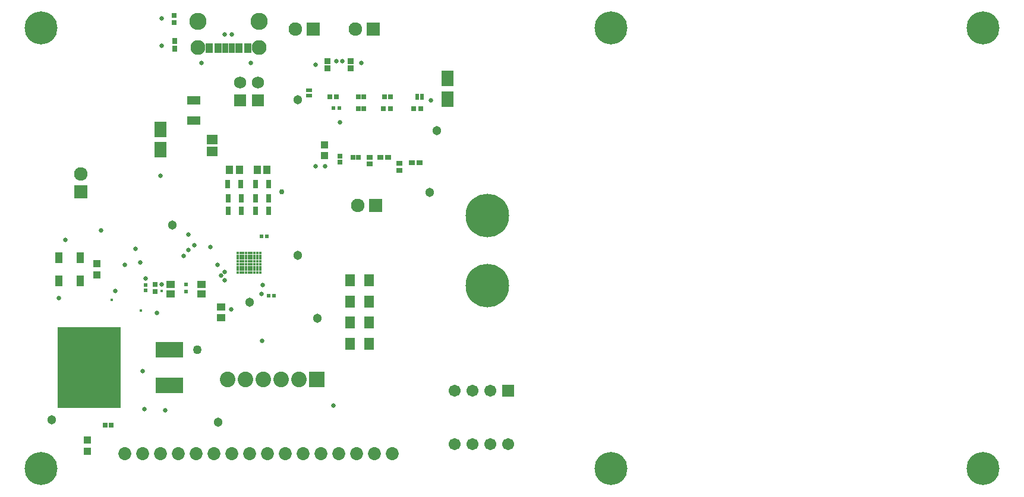
<source format=gbr>
%TF.GenerationSoftware,Altium Limited,Altium Designer,19.0.15 (446)*%
G04 Layer_Color=8388736*
%FSLAX45Y45*%
%MOMM*%
%TF.FileFunction,Soldermask,Top*%
%TF.Part,Single*%
G01*
G75*
%TA.AperFunction,SMDPad,CuDef*%
%ADD10R,0.70000X1.30000*%
%ADD12R,0.50000X0.50000*%
%ADD21R,1.26213X1.00776*%
%ADD23R,1.00776X1.26213*%
%ADD31R,1.10000X1.60000*%
%ADD32R,0.61535X0.57247*%
%ADD33R,0.51535X0.47247*%
%ADD34R,1.35464X1.80620*%
%ADD36R,0.47247X0.51535*%
%TA.AperFunction,ComponentPad*%
%ADD72C,1.85320*%
%TA.AperFunction,TestPad*%
%ADD73C,1.30320*%
%TA.AperFunction,ViaPad*%
%ADD74C,4.70320*%
%TA.AperFunction,ComponentPad*%
%ADD75R,1.70320X1.70320*%
%ADD76C,1.70320*%
%ADD77C,1.73320*%
%ADD78R,1.73320X1.73320*%
%ADD79C,2.10320*%
%ADD80C,2.45320*%
%ADD81C,6.20320*%
%ADD82C,1.92820*%
%ADD83R,1.92820X1.92820*%
%ADD84R,1.92820X1.92820*%
%ADD85R,2.22820X2.22820*%
%ADD86C,2.22820*%
%TA.AperFunction,ViaPad*%
%ADD87C,0.45320*%
%ADD88C,0.63500*%
%ADD89C,0.66040*%
%TA.AperFunction,SMDPad,CuDef*%
%ADD97R,0.70320X0.65320*%
%ADD98R,0.70320X0.70320*%
%ADD99R,0.90320X0.60320*%
%ADD100R,0.82320X0.76320*%
%ADD101R,0.80320X0.75320*%
%ADD102R,1.65320X2.30320*%
%ADD103R,1.00320X1.00320*%
%TA.AperFunction,BGAPad,CuDef*%
%ADD104C,0.41920*%
%TA.AperFunction,SMDPad,CuDef*%
%ADD105R,0.60320X0.90320*%
%ADD106R,0.70320X0.70320*%
%ADD107R,0.80320X0.95320*%
%ADD108R,1.60320X1.40320*%
%ADD109R,0.90320X1.35320*%
%ADD110R,1.00320X1.35320*%
%ADD111R,1.10320X1.35320*%
%ADD112R,0.95320X0.80320*%
%ADD113R,0.75320X0.80320*%
%ADD114R,0.85320X0.90320*%
%ADD115R,1.88320X1.27320*%
%ADD116R,4.01320X2.28320*%
%ADD117R,9.09320X11.63320*%
%ADD118R,1.20320X1.00320*%
%TA.AperFunction,ViaPad*%
%ADD119C,0.76200*%
%ADD120C,1.27000*%
D10*
X3509794Y4530600D02*
D03*
X3699794D02*
D03*
X3509794Y4330600D02*
D03*
X3699794D02*
D03*
X3509794Y4155600D02*
D03*
X3699794D02*
D03*
X3301846Y4537200D02*
D03*
X3111845D02*
D03*
X3310846Y4330600D02*
D03*
X3120846D02*
D03*
X3310846Y4155600D02*
D03*
X3120846D02*
D03*
D12*
X2525495Y2998001D02*
D03*
Y3098001D02*
D03*
D21*
X2743200Y3105518D02*
D03*
Y2965081D02*
D03*
X2298700Y3105518D02*
D03*
Y2965081D02*
D03*
D23*
X3536581Y4737100D02*
D03*
X3677018D02*
D03*
X3281283D02*
D03*
X3140846D02*
D03*
D31*
X1018600Y3149601D02*
D03*
X708598D02*
D03*
X1018601Y3479799D02*
D03*
X708599D02*
D03*
D32*
X4706951Y5620156D02*
D03*
X4621241D02*
D03*
D33*
X3670056Y3784600D02*
D03*
X3594343D02*
D03*
X3701023Y2941318D02*
D03*
X3776735D02*
D03*
D34*
X4858004Y3158280D02*
D03*
X5133157D02*
D03*
X4858004Y2858281D02*
D03*
X5133157D02*
D03*
X4858004Y2558281D02*
D03*
X5133157D02*
D03*
X4856805Y2254980D02*
D03*
X5131958D02*
D03*
D36*
X1943102Y3019032D02*
D03*
Y3094745D02*
D03*
D72*
X1651000Y685801D02*
D03*
X1905000D02*
D03*
X2159000D02*
D03*
X2413000D02*
D03*
X2667000D02*
D03*
X2921000D02*
D03*
X3175000D02*
D03*
X3429000D02*
D03*
X3683000D02*
D03*
X3937000D02*
D03*
X4191000D02*
D03*
X4445000D02*
D03*
X4699000D02*
D03*
X4953000D02*
D03*
X5207000D02*
D03*
X5461000D02*
D03*
D73*
X609600Y1170803D02*
D03*
X2324100Y3949700D02*
D03*
X2979420Y1135380D02*
D03*
X4109720Y5731632D02*
D03*
X3429000Y2844800D02*
D03*
X4109720Y3517900D02*
D03*
X6096000Y5295900D02*
D03*
X4391660Y2618740D02*
D03*
X5989320Y4411980D02*
D03*
D74*
X8572500Y475080D02*
D03*
Y6756500D02*
D03*
X13876019D02*
D03*
Y475080D02*
D03*
X454660D02*
D03*
Y6756500D02*
D03*
D75*
X7112000Y1589990D02*
D03*
D76*
X6858000D02*
D03*
X6604000D02*
D03*
X6350000D02*
D03*
Y827990D02*
D03*
X6604000D02*
D03*
X6858000D02*
D03*
X7112000D02*
D03*
D77*
X3543300Y5981700D02*
D03*
X3289300D02*
D03*
D78*
X3543300Y5727700D02*
D03*
X3289300D02*
D03*
D79*
X3559400Y6476120D02*
D03*
X2695400D02*
D03*
D80*
X3559400Y6856120D02*
D03*
X2695400D02*
D03*
D81*
X6814299Y3081400D02*
D03*
Y4081398D02*
D03*
D82*
X1021080Y4676240D02*
D03*
X4965700Y4229100D02*
D03*
X4935220Y6746122D02*
D03*
X4077401D02*
D03*
D83*
X1021080Y4422240D02*
D03*
D84*
X5219700Y4229100D02*
D03*
X5189220Y6746122D02*
D03*
X4331401D02*
D03*
D85*
X4381399Y1746121D02*
D03*
D86*
X4127399D02*
D03*
X3873399D02*
D03*
X3619399D02*
D03*
X3365399D02*
D03*
X3111399D02*
D03*
D87*
X3377403Y3310900D02*
D03*
X1879600Y2730500D02*
D03*
X3577403Y3550900D02*
D03*
X1460500Y2882900D02*
D03*
X3417403Y3470900D02*
D03*
X3457403Y3511761D02*
D03*
X3417403Y3510900D02*
D03*
X3377403D02*
D03*
X3417403Y3550900D02*
D03*
X3577403Y3390900D02*
D03*
X3537403D02*
D03*
X3577403Y3430900D02*
D03*
X3537403D02*
D03*
X3497403Y3470900D02*
D03*
Y3430900D02*
D03*
X3537403Y3550900D02*
D03*
Y3270900D02*
D03*
X3497403Y3390900D02*
D03*
X2171700Y3009900D02*
D03*
X3337403Y3270900D02*
D03*
Y3390900D02*
D03*
X3297403Y3510900D02*
D03*
X3417403Y3310900D02*
D03*
Y3350900D02*
D03*
X3337403Y3550900D02*
D03*
X3377403D02*
D03*
D88*
X3073400Y3159316D02*
D03*
X2171700Y3105518D02*
D03*
X4368800Y6235700D02*
D03*
X5016500Y6261100D02*
D03*
X1511300Y3009900D02*
D03*
X2159000Y4655437D02*
D03*
X2743200Y6261100D02*
D03*
X3441700D02*
D03*
X2171700Y6502400D02*
D03*
Y6896100D02*
D03*
X800100Y3733800D02*
D03*
X708599Y2908300D02*
D03*
X1651000Y3378200D02*
D03*
X1803400Y3612163D02*
D03*
X4368800Y4787900D02*
D03*
X1930400Y1320800D02*
D03*
X3162300Y2743200D02*
D03*
X1905000Y1866900D02*
D03*
X1866900Y3416300D02*
D03*
X3615690Y3094745D02*
D03*
X3600920Y2965081D02*
D03*
X2222500Y1308100D02*
D03*
X3073400Y3276600D02*
D03*
X4711700Y5410200D02*
D03*
X3022600Y3226401D02*
D03*
X2971800Y3378200D02*
D03*
X1308100Y3873500D02*
D03*
X6007100Y5727700D02*
D03*
X4622800Y1371600D02*
D03*
X4500548Y4787900D02*
D03*
X3606800Y2298700D02*
D03*
X2108200Y2694940D02*
D03*
X1943100Y3185003D02*
D03*
X2489200Y3505200D02*
D03*
X2552700Y3594100D02*
D03*
X2641600Y3657600D02*
D03*
X2870200Y3632200D02*
D03*
X2552700Y3810000D02*
D03*
X4749800Y6286500D02*
D03*
X3175000Y6667500D02*
D03*
X4660900Y6286500D02*
D03*
D89*
X3075400Y6665500D02*
D03*
D97*
X4902800Y4914900D02*
D03*
X4977800D02*
D03*
X5049859Y5778500D02*
D03*
X4974863D02*
D03*
X5049859Y5610818D02*
D03*
X4974858D02*
D03*
D98*
X2082792Y3098006D02*
D03*
Y2998006D02*
D03*
X2349500Y6834200D02*
D03*
Y6934200D02*
D03*
D99*
X4272619Y5791199D02*
D03*
Y5871399D02*
D03*
D100*
X5562589Y4729204D02*
D03*
Y4825204D02*
D03*
X5137251Y4914899D02*
D03*
Y4818900D02*
D03*
D101*
X1451957Y1092199D02*
D03*
X1366957D02*
D03*
X5431699Y5778500D02*
D03*
X5346700D02*
D03*
D102*
X2159000Y5023900D02*
D03*
Y5313900D02*
D03*
X6248402Y6037800D02*
D03*
Y5747798D02*
D03*
D103*
X1117599Y880100D02*
D03*
Y720100D02*
D03*
X1249401Y3401119D02*
D03*
Y3241120D02*
D03*
X4495799Y5091501D02*
D03*
Y4941499D02*
D03*
D104*
X3257403Y3270900D02*
D03*
Y3310900D02*
D03*
Y3350900D02*
D03*
Y3390900D02*
D03*
Y3430900D02*
D03*
Y3470900D02*
D03*
Y3510900D02*
D03*
Y3550900D02*
D03*
X3297403Y3270900D02*
D03*
Y3310900D02*
D03*
Y3350900D02*
D03*
Y3390900D02*
D03*
Y3430900D02*
D03*
Y3470900D02*
D03*
Y3510900D02*
D03*
Y3550900D02*
D03*
X3337403Y3270900D02*
D03*
Y3310900D02*
D03*
Y3350900D02*
D03*
Y3430900D02*
D03*
Y3470900D02*
D03*
Y3510900D02*
D03*
Y3550900D02*
D03*
X3377403Y3270900D02*
D03*
Y3310900D02*
D03*
Y3350900D02*
D03*
Y3390900D02*
D03*
Y3430900D02*
D03*
Y3470900D02*
D03*
Y3510900D02*
D03*
Y3550900D02*
D03*
X3417403Y3270900D02*
D03*
Y3310900D02*
D03*
Y3350900D02*
D03*
Y3390900D02*
D03*
Y3430900D02*
D03*
Y3470900D02*
D03*
Y3510900D02*
D03*
Y3550900D02*
D03*
X3457403Y3270900D02*
D03*
Y3310900D02*
D03*
Y3350900D02*
D03*
Y3390900D02*
D03*
Y3430900D02*
D03*
Y3470900D02*
D03*
Y3510900D02*
D03*
Y3550900D02*
D03*
X3497403Y3270900D02*
D03*
Y3310900D02*
D03*
Y3350900D02*
D03*
Y3390900D02*
D03*
Y3430900D02*
D03*
Y3470900D02*
D03*
Y3510900D02*
D03*
Y3550900D02*
D03*
X3537403Y3270900D02*
D03*
Y3310900D02*
D03*
Y3350900D02*
D03*
Y3390900D02*
D03*
Y3430900D02*
D03*
Y3470900D02*
D03*
Y3510900D02*
D03*
Y3550900D02*
D03*
X3577403Y3270900D02*
D03*
Y3310900D02*
D03*
Y3350900D02*
D03*
Y3390900D02*
D03*
Y3430900D02*
D03*
Y3470900D02*
D03*
Y3510900D02*
D03*
Y3550900D02*
D03*
X3337403Y3390900D02*
D03*
D105*
X5887670Y5778498D02*
D03*
X5817668D02*
D03*
D106*
X4567499Y5778500D02*
D03*
X4667499D02*
D03*
X5862359Y5610818D02*
D03*
X5762360D02*
D03*
X5437361D02*
D03*
X5337362D02*
D03*
D107*
X2362198Y6460101D02*
D03*
Y6570098D02*
D03*
D108*
X2895598Y5164998D02*
D03*
Y4995001D02*
D03*
D109*
X3177400Y6475620D02*
D03*
X3077400D02*
D03*
D110*
X2975400D02*
D03*
X3279400D02*
D03*
D111*
X2852400D02*
D03*
X3402400D02*
D03*
D112*
X5401702Y4914901D02*
D03*
X5291700D02*
D03*
X5740798Y4833896D02*
D03*
X5850800D02*
D03*
D113*
X4711699Y4932002D02*
D03*
Y4846999D02*
D03*
D114*
X4533898Y6283199D02*
D03*
Y6188198D02*
D03*
X4864101Y6283199D02*
D03*
Y6188198D02*
D03*
D115*
X2628900Y5441701D02*
D03*
Y5727700D02*
D03*
D116*
X2283460Y2169260D02*
D03*
Y1661260D02*
D03*
D117*
X1140460Y1915260D02*
D03*
D118*
X3022600Y2631298D02*
D03*
Y2781300D02*
D03*
D119*
X3886200Y4419600D02*
D03*
D120*
X2679700Y2171700D02*
D03*
%TF.MD5,f67b922827e2ffc040753805a473e44f*%
M02*

</source>
